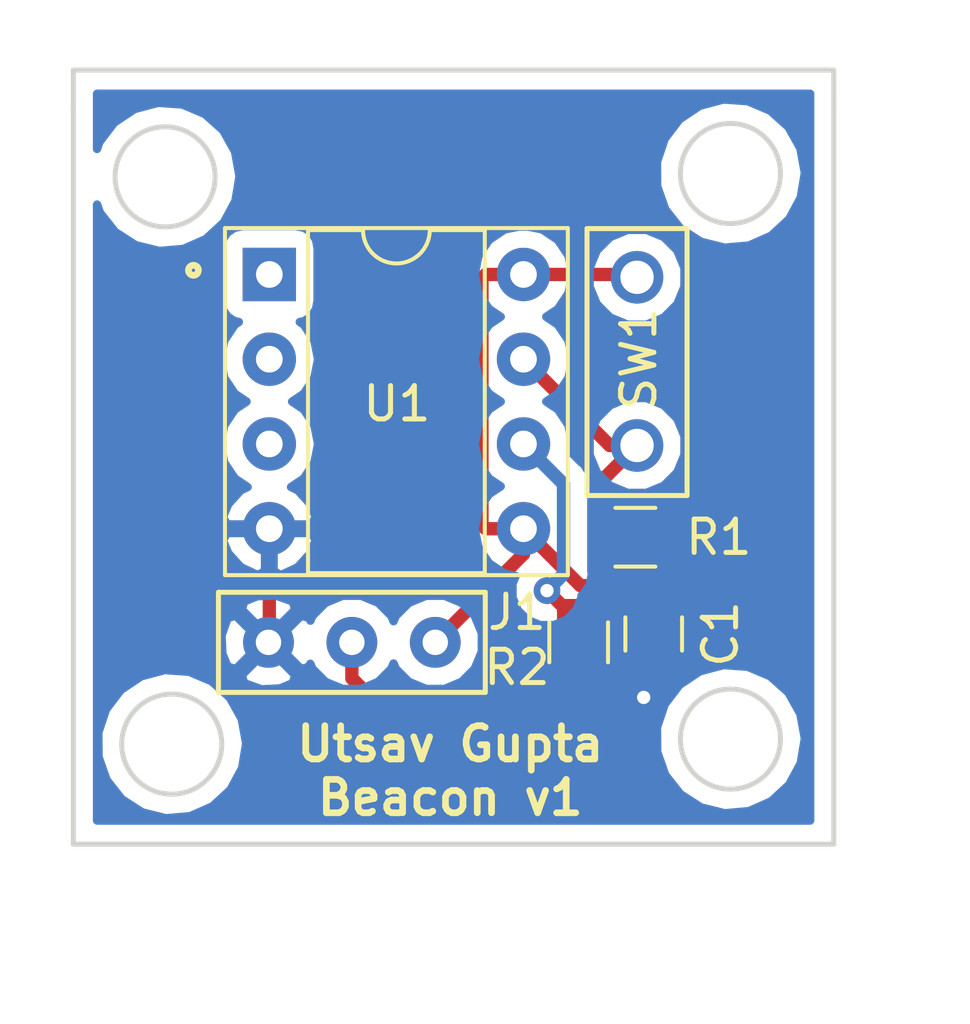
<source format=kicad_pcb>
(kicad_pcb (version 20171130) (host pcbnew 5.0.1-33cea8e~68~ubuntu18.04.1)

  (general
    (thickness 1.6)
    (drawings 12)
    (tracks 41)
    (zones 0)
    (modules 6)
    (nets 9)
  )

  (page A4)
  (layers
    (0 F.Cu signal)
    (31 B.Cu signal)
    (32 B.Adhes user)
    (33 F.Adhes user)
    (34 B.Paste user)
    (35 F.Paste user)
    (36 B.SilkS user)
    (37 F.SilkS user)
    (38 B.Mask user)
    (39 F.Mask user)
    (40 Dwgs.User user)
    (41 Cmts.User user)
    (42 Eco1.User user)
    (43 Eco2.User user)
    (44 Edge.Cuts user)
    (45 Margin user)
    (46 B.CrtYd user)
    (47 F.CrtYd user)
    (48 B.Fab user)
    (49 F.Fab user hide)
  )

  (setup
    (last_trace_width 0.4)
    (user_trace_width 0.4)
    (trace_clearance 0.2)
    (zone_clearance 0.508)
    (zone_45_only no)
    (trace_min 0.2)
    (segment_width 0.2)
    (edge_width 0.15)
    (via_size 0.8)
    (via_drill 0.4)
    (via_min_size 0.4)
    (via_min_drill 0.3)
    (uvia_size 0.3)
    (uvia_drill 0.1)
    (uvias_allowed no)
    (uvia_min_size 0.2)
    (uvia_min_drill 0.1)
    (pcb_text_width 0.3)
    (pcb_text_size 1.5 1.5)
    (mod_edge_width 0.15)
    (mod_text_size 1 1)
    (mod_text_width 0.15)
    (pad_size 1.524 1.524)
    (pad_drill 0.762)
    (pad_to_mask_clearance 0.051)
    (solder_mask_min_width 0.25)
    (aux_axis_origin 0 0)
    (visible_elements FFFFFF7F)
    (pcbplotparams
      (layerselection 0x010fc_ffffffff)
      (usegerberextensions false)
      (usegerberattributes false)
      (usegerberadvancedattributes false)
      (creategerberjobfile false)
      (excludeedgelayer true)
      (linewidth 0.100000)
      (plotframeref false)
      (viasonmask false)
      (mode 1)
      (useauxorigin false)
      (hpglpennumber 1)
      (hpglpenspeed 20)
      (hpglpendiameter 15.000000)
      (psnegative false)
      (psa4output false)
      (plotreference true)
      (plotvalue true)
      (plotinvisibletext false)
      (padsonsilk false)
      (subtractmaskfromsilk false)
      (outputformat 1)
      (mirror false)
      (drillshape 0)
      (scaleselection 1)
      (outputdirectory "gerber/"))
  )

  (net 0 "")
  (net 1 GND)
  (net 2 +5V)
  (net 3 /PB2)
  (net 4 /Data_In)
  (net 5 "Net-(R2-Pad2)")
  (net 6 "Net-(U1-Pad2)")
  (net 7 "Net-(U1-Pad3)")
  (net 8 "Net-(U1-Pad1)")

  (net_class Default "This is the default net class."
    (clearance 0.2)
    (trace_width 0.25)
    (via_dia 0.8)
    (via_drill 0.4)
    (uvia_dia 0.3)
    (uvia_drill 0.1)
    (add_net +5V)
    (add_net /Data_In)
    (add_net /PB2)
    (add_net GND)
    (add_net "Net-(R2-Pad2)")
    (add_net "Net-(U1-Pad1)")
    (add_net "Net-(U1-Pad2)")
    (add_net "Net-(U1-Pad3)")
  )

  (module footprints:C_0805_OEM (layer F.Cu) (tedit 59F250E7) (tstamp 5BE1A5E7)
    (at 128.6 90.9 90)
    (descr "Capacitor SMD 0805, reflow soldering, AVX (see smccp.pdf)")
    (tags "capacitor 0805")
    (path /5BDFAE6F)
    (attr smd)
    (fp_text reference C1 (at 0 2 90) (layer F.SilkS)
      (effects (font (size 1 1) (thickness 0.15)))
    )
    (fp_text value C_0.1uF (at 0 1.75 90) (layer F.Fab) hide
      (effects (font (size 1 1) (thickness 0.15)))
    )
    (fp_line (start -1 0.62) (end -1 -0.62) (layer F.Fab) (width 0.1))
    (fp_line (start 1 0.62) (end -1 0.62) (layer F.Fab) (width 0.1))
    (fp_line (start 1 -0.62) (end 1 0.62) (layer F.Fab) (width 0.1))
    (fp_line (start -1 -0.62) (end 1 -0.62) (layer F.Fab) (width 0.1))
    (fp_line (start 0.5 -0.85) (end -0.5 -0.85) (layer F.SilkS) (width 0.12))
    (fp_line (start -0.5 0.85) (end 0.5 0.85) (layer F.SilkS) (width 0.12))
    (fp_line (start -1.75 -0.88) (end 1.75 -0.88) (layer F.CrtYd) (width 0.05))
    (fp_line (start -1.75 -0.88) (end -1.75 0.87) (layer F.CrtYd) (width 0.05))
    (fp_line (start 1.75 0.87) (end 1.75 -0.88) (layer F.CrtYd) (width 0.05))
    (fp_line (start 1.75 0.87) (end -1.75 0.87) (layer F.CrtYd) (width 0.05))
    (pad 1 smd rect (at -1 0 90) (size 1 1.25) (layers F.Cu F.Paste F.Mask)
      (net 1 GND))
    (pad 2 smd rect (at 1 0 90) (size 1 1.25) (layers F.Cu F.Paste F.Mask)
      (net 2 +5V))
    (model /home/josh/Formula/OEM_Preferred_Parts/3DModels/C_0805_OEM/C_0805.wrl
      (at (xyz 0 0 0))
      (scale (xyz 1 1 1))
      (rotate (xyz 0 0 0))
    )
  )

  (module footprints:Connector (layer F.Cu) (tedit 5BDF7CFB) (tstamp 5BE1B2DD)
    (at 119.55 91.15 180)
    (path /5BDFA0D8)
    (fp_text reference J1 (at -4.95 0.9 180) (layer F.SilkS)
      (effects (font (size 1 1) (thickness 0.15)))
    )
    (fp_text value Conn_01x03_Female (at -0.35 -2.95 180) (layer F.Fab)
      (effects (font (size 1 1) (thickness 0.15)))
    )
    (fp_line (start -4 -1.5) (end 4 -1.5) (layer F.SilkS) (width 0.15))
    (fp_line (start 4 -1.5) (end 4 1.5) (layer F.SilkS) (width 0.15))
    (fp_line (start 4 1.5) (end -4 1.5) (layer F.SilkS) (width 0.15))
    (fp_line (start -4 1.5) (end -4 -1.5) (layer F.SilkS) (width 0.15))
    (pad 1 thru_hole circle (at -2.5 0 180) (size 1.524 1.524) (drill 0.762) (layers *.Cu *.Mask)
      (net 2 +5V))
    (pad 2 thru_hole circle (at 0 0 180) (size 1.524 1.524) (drill 0.762) (layers *.Cu *.Mask)
      (net 4 /Data_In))
    (pad 3 thru_hole circle (at 2.5 0 180) (size 1.524 1.524) (drill 0.762) (layers *.Cu *.Mask)
      (net 1 GND))
  )

  (module footprints:R_0805_OEM (layer F.Cu) (tedit 59F25131) (tstamp 5BE1A602)
    (at 128.05 88)
    (descr "Resistor SMD 0805, reflow soldering, Vishay (see dcrcw.pdf)")
    (tags "resistor 0805")
    (path /5BDF8DC0)
    (attr smd)
    (fp_text reference R1 (at 2.5 0) (layer F.SilkS)
      (effects (font (size 1 1) (thickness 0.15)))
    )
    (fp_text value R_10K (at 0 1.75) (layer F.Fab) hide
      (effects (font (size 1 1) (thickness 0.15)))
    )
    (fp_line (start 1.55 0.9) (end -1.55 0.9) (layer F.CrtYd) (width 0.05))
    (fp_line (start 1.55 0.9) (end 1.55 -0.9) (layer F.CrtYd) (width 0.05))
    (fp_line (start -1.55 -0.9) (end -1.55 0.9) (layer F.CrtYd) (width 0.05))
    (fp_line (start -1.55 -0.9) (end 1.55 -0.9) (layer F.CrtYd) (width 0.05))
    (fp_line (start -0.6 -0.88) (end 0.6 -0.88) (layer F.SilkS) (width 0.12))
    (fp_line (start 0.6 0.88) (end -0.6 0.88) (layer F.SilkS) (width 0.12))
    (fp_line (start -1 -0.62) (end 1 -0.62) (layer F.Fab) (width 0.1))
    (fp_line (start 1 -0.62) (end 1 0.62) (layer F.Fab) (width 0.1))
    (fp_line (start 1 0.62) (end -1 0.62) (layer F.Fab) (width 0.1))
    (fp_line (start -1 0.62) (end -1 -0.62) (layer F.Fab) (width 0.1))
    (pad 2 smd rect (at 0.95 0) (size 0.7 1.3) (layers F.Cu F.Paste F.Mask)
      (net 1 GND))
    (pad 1 smd rect (at -0.95 0) (size 0.7 1.3) (layers F.Cu F.Paste F.Mask)
      (net 3 /PB2))
    (model "/home/josh/Formula/OEM_Preferred_Parts/3DModels/WRL Files/res0805.wrl"
      (at (xyz 0 0 0))
      (scale (xyz 1 1 1))
      (rotate (xyz 0 0 0))
    )
  )

  (module footprints:R_0805_OEM (layer F.Cu) (tedit 59F25131) (tstamp 5BE1A612)
    (at 126.35 91.15 90)
    (descr "Resistor SMD 0805, reflow soldering, Vishay (see dcrcw.pdf)")
    (tags "resistor 0805")
    (path /5BDF762D)
    (attr smd)
    (fp_text reference R2 (at -0.75 -1.85 180) (layer F.SilkS)
      (effects (font (size 1 1) (thickness 0.15)))
    )
    (fp_text value R_200 (at 0 1.75 90) (layer F.Fab) hide
      (effects (font (size 1 1) (thickness 0.15)))
    )
    (fp_line (start -1 0.62) (end -1 -0.62) (layer F.Fab) (width 0.1))
    (fp_line (start 1 0.62) (end -1 0.62) (layer F.Fab) (width 0.1))
    (fp_line (start 1 -0.62) (end 1 0.62) (layer F.Fab) (width 0.1))
    (fp_line (start -1 -0.62) (end 1 -0.62) (layer F.Fab) (width 0.1))
    (fp_line (start 0.6 0.88) (end -0.6 0.88) (layer F.SilkS) (width 0.12))
    (fp_line (start -0.6 -0.88) (end 0.6 -0.88) (layer F.SilkS) (width 0.12))
    (fp_line (start -1.55 -0.9) (end 1.55 -0.9) (layer F.CrtYd) (width 0.05))
    (fp_line (start -1.55 -0.9) (end -1.55 0.9) (layer F.CrtYd) (width 0.05))
    (fp_line (start 1.55 0.9) (end 1.55 -0.9) (layer F.CrtYd) (width 0.05))
    (fp_line (start 1.55 0.9) (end -1.55 0.9) (layer F.CrtYd) (width 0.05))
    (pad 1 smd rect (at -0.95 0 90) (size 0.7 1.3) (layers F.Cu F.Paste F.Mask)
      (net 4 /Data_In))
    (pad 2 smd rect (at 0.95 0 90) (size 0.7 1.3) (layers F.Cu F.Paste F.Mask)
      (net 5 "Net-(R2-Pad2)"))
    (model "/home/josh/Formula/OEM_Preferred_Parts/3DModels/WRL Files/res0805.wrl"
      (at (xyz 0 0 0))
      (scale (xyz 1 1 1))
      (rotate (xyz 0 0 0))
    )
  )

  (module footprints:push_button (layer F.Cu) (tedit 5BE1A9FA) (tstamp 5BE1A61C)
    (at 128.1 82.75 270)
    (path /5BDF6B40)
    (fp_text reference SW1 (at -0.1 -0.05 270) (layer F.SilkS)
      (effects (font (size 1 1) (thickness 0.15)))
    )
    (fp_text value SW_Push (at -10.75 7.45 270) (layer F.Fab)
      (effects (font (size 1 1) (thickness 0.15)))
    )
    (fp_line (start -4 -1.5) (end 4 -1.5) (layer F.SilkS) (width 0.15))
    (fp_line (start 4 -1.5) (end 4 1.5) (layer F.SilkS) (width 0.15))
    (fp_line (start 4 1.5) (end -4 1.5) (layer F.SilkS) (width 0.15))
    (fp_line (start -4 1.5) (end -4 -1.5) (layer F.SilkS) (width 0.15))
    (pad 1 thru_hole circle (at -2.54 0 270) (size 1.575 1.575) (drill 1) (layers *.Cu *.Mask)
      (net 2 +5V))
    (pad 2 thru_hole circle (at 2.5 0 270) (size 1.575 1.575) (drill 1) (layers *.Cu *.Mask)
      (net 3 /PB2))
  )

  (module Housings_DIP:DIP-8_W7.62mm_Socket (layer F.Cu) (tedit 5BE1AA0E) (tstamp 5BE1A640)
    (at 117.075001 80.125001)
    (descr "8-lead though-hole mounted DIP package, row spacing 7.62 mm (300 mils), Socket")
    (tags "THT DIP DIL PDIP 2.54mm 7.62mm 300mil Socket")
    (path /5BDF6537)
    (fp_text reference U1 (at 3.824999 3.874999) (layer F.SilkS)
      (effects (font (size 1 1) (thickness 0.15)))
    )
    (fp_text value ATtiny45-20PU (at -2.925001 3.424999 90) (layer F.Fab)
      (effects (font (size 1 1) (thickness 0.15)))
    )
    (fp_text user %R (at 3.81 3.81) (layer F.Fab)
      (effects (font (size 1 1) (thickness 0.15)))
    )
    (fp_line (start 9.15 -1.6) (end -1.55 -1.6) (layer F.CrtYd) (width 0.05))
    (fp_line (start 9.15 9.2) (end 9.15 -1.6) (layer F.CrtYd) (width 0.05))
    (fp_line (start -1.55 9.2) (end 9.15 9.2) (layer F.CrtYd) (width 0.05))
    (fp_line (start -1.55 -1.6) (end -1.55 9.2) (layer F.CrtYd) (width 0.05))
    (fp_line (start 8.95 -1.39) (end -1.33 -1.39) (layer F.SilkS) (width 0.12))
    (fp_line (start 8.95 9.01) (end 8.95 -1.39) (layer F.SilkS) (width 0.12))
    (fp_line (start -1.33 9.01) (end 8.95 9.01) (layer F.SilkS) (width 0.12))
    (fp_line (start -1.33 -1.39) (end -1.33 9.01) (layer F.SilkS) (width 0.12))
    (fp_line (start 6.46 -1.33) (end 4.81 -1.33) (layer F.SilkS) (width 0.12))
    (fp_line (start 6.46 8.95) (end 6.46 -1.33) (layer F.SilkS) (width 0.12))
    (fp_line (start 1.16 8.95) (end 6.46 8.95) (layer F.SilkS) (width 0.12))
    (fp_line (start 1.16 -1.33) (end 1.16 8.95) (layer F.SilkS) (width 0.12))
    (fp_line (start 2.81 -1.33) (end 1.16 -1.33) (layer F.SilkS) (width 0.12))
    (fp_line (start 8.89 -1.33) (end -1.27 -1.33) (layer F.Fab) (width 0.1))
    (fp_line (start 8.89 8.95) (end 8.89 -1.33) (layer F.Fab) (width 0.1))
    (fp_line (start -1.27 8.95) (end 8.89 8.95) (layer F.Fab) (width 0.1))
    (fp_line (start -1.27 -1.33) (end -1.27 8.95) (layer F.Fab) (width 0.1))
    (fp_line (start 0.635 -0.27) (end 1.635 -1.27) (layer F.Fab) (width 0.1))
    (fp_line (start 0.635 8.89) (end 0.635 -0.27) (layer F.Fab) (width 0.1))
    (fp_line (start 6.985 8.89) (end 0.635 8.89) (layer F.Fab) (width 0.1))
    (fp_line (start 6.985 -1.27) (end 6.985 8.89) (layer F.Fab) (width 0.1))
    (fp_line (start 1.635 -1.27) (end 6.985 -1.27) (layer F.Fab) (width 0.1))
    (fp_arc (start 3.81 -1.33) (end 2.81 -1.33) (angle -180) (layer F.SilkS) (width 0.12))
    (pad 8 thru_hole oval (at 7.62 0) (size 1.6 1.6) (drill 0.8) (layers *.Cu *.Mask)
      (net 2 +5V))
    (pad 4 thru_hole oval (at 0 7.62) (size 1.6 1.6) (drill 0.8) (layers *.Cu *.Mask)
      (net 1 GND))
    (pad 7 thru_hole oval (at 7.62 2.54) (size 1.6 1.6) (drill 0.8) (layers *.Cu *.Mask)
      (net 3 /PB2))
    (pad 3 thru_hole oval (at 0 5.08) (size 1.6 1.6) (drill 0.8) (layers *.Cu *.Mask)
      (net 7 "Net-(U1-Pad3)"))
    (pad 6 thru_hole oval (at 7.62 5.08) (size 1.6 1.6) (drill 0.8) (layers *.Cu *.Mask)
      (net 5 "Net-(R2-Pad2)"))
    (pad 2 thru_hole oval (at 0 2.54) (size 1.6 1.6) (drill 0.8) (layers *.Cu *.Mask)
      (net 6 "Net-(U1-Pad2)"))
    (pad 5 thru_hole oval (at 7.62 7.62) (size 1.6 1.6) (drill 0.8) (layers *.Cu *.Mask)
      (net 2 +5V))
    (pad 1 thru_hole rect (at 0 0) (size 1.6 1.6) (drill 0.8) (layers *.Cu *.Mask)
      (net 8 "Net-(U1-Pad1)"))
    (model ${KISYS3DMOD}/Housings_DIP.3dshapes/DIP-8_W7.62mm_Socket.wrl
      (at (xyz 0 0 0))
      (scale (xyz 1 1 1))
      (rotate (xyz 0 0 0))
    )
  )

  (gr_text "Utsav Gupta\nBeacon v1" (at 122.5 95) (layer F.SilkS)
    (effects (font (size 1 1) (thickness 0.2)))
  )
  (gr_line (start 111.2 74) (end 134 74) (layer Edge.Cuts) (width 0.15))
  (gr_line (start 111.2 75.1) (end 111.2 74) (layer Edge.Cuts) (width 0.15))
  (gr_line (start 134 75) (end 134 74) (layer Edge.Cuts) (width 0.15))
  (gr_line (start 111.2 97.2) (end 111.2 75.1) (layer Edge.Cuts) (width 0.15))
  (gr_line (start 134 97.2) (end 111.2 97.2) (layer Edge.Cuts) (width 0.15))
  (gr_line (start 134 75) (end 134 97.2) (layer Edge.Cuts) (width 0.15))
  (gr_circle (center 114.15 94.2) (end 115.65 94.2) (layer Edge.Cuts) (width 0.15) (tstamp 5BE1B3D0))
  (gr_circle (center 130.9 94.05) (end 132.4 94.05) (layer Edge.Cuts) (width 0.15) (tstamp 5BE1B3D0))
  (gr_circle (center 130.9 77.1) (end 132.4 77.1) (layer Edge.Cuts) (width 0.15) (tstamp 5BE1B3D0))
  (gr_circle (center 113.95 77.2) (end 115.45 77.2) (layer Edge.Cuts) (width 0.15))
  (gr_arc (start 114.8 80) (end 114.95 80) (angle -333.4349488) (layer F.SilkS) (width 0.2))

  (segment (start 117.37237 91.2) (end 117.075001 90.902631) (width 0.4) (layer F.Cu) (net 1))
  (segment (start 129.75 88) (end 129 88) (width 0.4) (layer F.Cu) (net 1))
  (segment (start 130.1 88.35) (end 129.75 88) (width 0.4) (layer F.Cu) (net 1))
  (segment (start 130.1 91.425) (end 130.1 88.35) (width 0.4) (layer F.Cu) (net 1))
  (segment (start 129.625 91.9) (end 130.1 91.425) (width 0.4) (layer F.Cu) (net 1))
  (segment (start 128.6 91.9) (end 129.625 91.9) (width 0.4) (layer F.Cu) (net 1))
  (segment (start 117.075001 91.124999) (end 117.05 91.15) (width 0.4) (layer F.Cu) (net 1))
  (segment (start 117.075001 87.745001) (end 117.075001 91.124999) (width 0.4) (layer F.Cu) (net 1))
  (via (at 128.3 92.8) (size 0.8) (drill 0.4) (layers F.Cu B.Cu) (net 1))
  (segment (start 128.6 91.9) (end 128.6 92.5) (width 0.4) (layer F.Cu) (net 1))
  (segment (start 128.6 92.5) (end 128.3 92.8) (width 0.4) (layer F.Cu) (net 1))
  (segment (start 128.015001 80.125001) (end 128.1 80.21) (width 0.4) (layer F.Cu) (net 2))
  (segment (start 124.695001 80.125001) (end 128.015001 80.125001) (width 0.4) (layer F.Cu) (net 2))
  (segment (start 128.149999 89.449999) (end 128.6 89.9) (width 0.4) (layer F.Cu) (net 2))
  (segment (start 126.399999 89.449999) (end 128.149999 89.449999) (width 0.4) (layer F.Cu) (net 2))
  (segment (start 124.695001 87.745001) (end 126.399999 89.449999) (width 0.4) (layer F.Cu) (net 2))
  (segment (start 123.563631 87.745001) (end 124.695001 87.745001) (width 0.4) (layer F.Cu) (net 2))
  (segment (start 123.45 87.63137) (end 123.563631 87.745001) (width 0.4) (layer F.Cu) (net 2))
  (segment (start 123.45 80.238632) (end 123.45 87.63137) (width 0.4) (layer F.Cu) (net 2))
  (segment (start 123.563631 80.125001) (end 123.45 80.238632) (width 0.4) (layer F.Cu) (net 2))
  (segment (start 124.695001 80.125001) (end 123.563631 80.125001) (width 0.4) (layer F.Cu) (net 2))
  (segment (start 124.695001 88.504999) (end 124.695001 87.745001) (width 0.4) (layer F.Cu) (net 2))
  (segment (start 122.05 91.15) (end 124.695001 88.504999) (width 0.4) (layer F.Cu) (net 2))
  (segment (start 125.08 83.05) (end 124.695001 82.665001) (width 0.4) (layer B.Cu) (net 3))
  (segment (start 127.28 85.25) (end 128.1 85.25) (width 0.4) (layer F.Cu) (net 3))
  (segment (start 124.695001 82.665001) (end 127.28 85.25) (width 0.4) (layer F.Cu) (net 3))
  (segment (start 127.1 86.25) (end 128.1 85.25) (width 0.4) (layer F.Cu) (net 3))
  (segment (start 127.1 88) (end 127.1 86.25) (width 0.4) (layer F.Cu) (net 3))
  (segment (start 119.55 92.22763) (end 119.97237 92.65) (width 0.4) (layer F.Cu) (net 4))
  (segment (start 119.55 91.15) (end 119.55 92.22763) (width 0.4) (layer F.Cu) (net 4))
  (segment (start 124.75 92.65) (end 119.97237 92.65) (width 0.4) (layer F.Cu) (net 4))
  (segment (start 125.3 92.1) (end 124.75 92.65) (width 0.4) (layer F.Cu) (net 4))
  (segment (start 126.35 92.1) (end 125.3 92.1) (width 0.4) (layer F.Cu) (net 4))
  (segment (start 126.35 90.2) (end 126.018628 90.2) (width 0.4) (layer F.Cu) (net 5))
  (via (at 125.4 89.6) (size 0.8) (drill 0.4) (layers F.Cu B.Cu) (net 5))
  (segment (start 126.35 90.2) (end 126 90.2) (width 0.4) (layer F.Cu) (net 5))
  (segment (start 126 90.2) (end 125.4 89.6) (width 0.4) (layer F.Cu) (net 5))
  (segment (start 125.495 86.005) (end 124.695001 85.205001) (width 0.4) (layer B.Cu) (net 5))
  (segment (start 125.895002 86.405002) (end 125.495 86.005) (width 0.4) (layer B.Cu) (net 5))
  (segment (start 125.895002 89.104998) (end 125.895002 86.405002) (width 0.4) (layer B.Cu) (net 5))
  (segment (start 125.4 89.6) (end 125.895002 89.104998) (width 0.4) (layer B.Cu) (net 5))

  (zone (net 1) (net_name GND) (layer B.Cu) (tstamp 5BE1B47C) (hatch edge 0.508)
    (connect_pads (clearance 0.508))
    (min_thickness 0.254)
    (fill yes (arc_segments 16) (thermal_gap 0.508) (thermal_bridge_width 0.508))
    (polygon
      (pts
        (xy 109 71.9) (xy 138.1 71.9) (xy 138 102.6) (xy 109.4 102.6)
      )
    )
    (filled_polygon
      (pts
        (xy 133.29 74.930075) (xy 133.290001 96.49) (xy 111.91 96.49) (xy 111.91 93.851151) (xy 111.947455 93.851151)
        (xy 111.953206 94.583402) (xy 112.195836 95.274311) (xy 112.649182 95.849377) (xy 113.26436 96.246593) (xy 113.975036 96.423126)
        (xy 114.704578 96.35994) (xy 115.374321 96.06385) (xy 115.912046 95.566783) (xy 116.25977 94.922336) (xy 116.38 94.2)
        (xy 116.379725 94.164973) (xy 116.295017 93.701151) (xy 128.697455 93.701151) (xy 128.703206 94.433402) (xy 128.945836 95.124311)
        (xy 129.399182 95.699377) (xy 130.01436 96.096593) (xy 130.725036 96.273126) (xy 131.454578 96.20994) (xy 132.124321 95.91385)
        (xy 132.662046 95.416783) (xy 133.00977 94.772336) (xy 133.13 94.05) (xy 133.129725 94.014973) (xy 132.998164 93.294614)
        (xy 132.64036 92.655709) (xy 132.094894 92.167149) (xy 131.420583 91.881615) (xy 130.690138 91.829897) (xy 129.982323 92.017571)
        (xy 129.37346 92.4244) (xy 128.929203 93.006517) (xy 128.697455 93.701151) (xy 116.295017 93.701151) (xy 116.248164 93.444614)
        (xy 115.89036 92.805709) (xy 115.344894 92.317149) (xy 114.90343 92.130213) (xy 116.249392 92.130213) (xy 116.318857 92.372397)
        (xy 116.842302 92.559144) (xy 117.397368 92.531362) (xy 117.781143 92.372397) (xy 117.850608 92.130213) (xy 117.05 91.329605)
        (xy 116.249392 92.130213) (xy 114.90343 92.130213) (xy 114.670583 92.031615) (xy 113.940138 91.979897) (xy 113.232323 92.167571)
        (xy 112.62346 92.5744) (xy 112.179203 93.156517) (xy 111.947455 93.851151) (xy 111.91 93.851151) (xy 111.91 90.942302)
        (xy 115.640856 90.942302) (xy 115.668638 91.497368) (xy 115.827603 91.881143) (xy 116.069787 91.950608) (xy 116.870395 91.15)
        (xy 117.229605 91.15) (xy 118.030213 91.950608) (xy 118.272397 91.881143) (xy 118.304025 91.79249) (xy 118.36568 91.941337)
        (xy 118.758663 92.33432) (xy 119.272119 92.547) (xy 119.827881 92.547) (xy 120.341337 92.33432) (xy 120.73432 91.941337)
        (xy 120.8 91.782771) (xy 120.86568 91.941337) (xy 121.258663 92.33432) (xy 121.772119 92.547) (xy 122.327881 92.547)
        (xy 122.841337 92.33432) (xy 123.23432 91.941337) (xy 123.447 91.427881) (xy 123.447 90.872119) (xy 123.23432 90.358663)
        (xy 122.841337 89.96568) (xy 122.327881 89.753) (xy 121.772119 89.753) (xy 121.258663 89.96568) (xy 120.86568 90.358663)
        (xy 120.8 90.517229) (xy 120.73432 90.358663) (xy 120.341337 89.96568) (xy 119.827881 89.753) (xy 119.272119 89.753)
        (xy 118.758663 89.96568) (xy 118.36568 90.358663) (xy 118.306572 90.501363) (xy 118.272397 90.418857) (xy 118.030213 90.349392)
        (xy 117.229605 91.15) (xy 116.870395 91.15) (xy 116.069787 90.349392) (xy 115.827603 90.418857) (xy 115.640856 90.942302)
        (xy 111.91 90.942302) (xy 111.91 90.169787) (xy 116.249392 90.169787) (xy 117.05 90.970395) (xy 117.850608 90.169787)
        (xy 117.781143 89.927603) (xy 117.257698 89.740856) (xy 116.702632 89.768638) (xy 116.318857 89.927603) (xy 116.249392 90.169787)
        (xy 111.91 90.169787) (xy 111.91 88.09404) (xy 115.683097 88.09404) (xy 115.84396 88.482424) (xy 116.219867 88.89739)
        (xy 116.72596 89.136915) (xy 116.948001 89.01563) (xy 116.948001 87.872001) (xy 117.202001 87.872001) (xy 117.202001 89.01563)
        (xy 117.424042 89.136915) (xy 117.930135 88.89739) (xy 118.306042 88.482424) (xy 118.466905 88.09404) (xy 118.344916 87.872001)
        (xy 117.202001 87.872001) (xy 116.948001 87.872001) (xy 115.805086 87.872001) (xy 115.683097 88.09404) (xy 111.91 88.09404)
        (xy 111.91 82.665001) (xy 115.611888 82.665001) (xy 115.723261 83.22491) (xy 116.040424 83.699578) (xy 116.392759 83.935001)
        (xy 116.040424 84.170424) (xy 115.723261 84.645092) (xy 115.611888 85.205001) (xy 115.723261 85.76491) (xy 116.040424 86.239578)
        (xy 116.424109 86.495948) (xy 116.219867 86.592612) (xy 115.84396 87.007578) (xy 115.683097 87.395962) (xy 115.805086 87.618001)
        (xy 116.948001 87.618001) (xy 116.948001 87.598001) (xy 117.202001 87.598001) (xy 117.202001 87.618001) (xy 118.344916 87.618001)
        (xy 118.466905 87.395962) (xy 118.306042 87.007578) (xy 117.930135 86.592612) (xy 117.725893 86.495948) (xy 118.109578 86.239578)
        (xy 118.426741 85.76491) (xy 118.538114 85.205001) (xy 118.426741 84.645092) (xy 118.109578 84.170424) (xy 117.757243 83.935001)
        (xy 118.109578 83.699578) (xy 118.426741 83.22491) (xy 118.538114 82.665001) (xy 118.426741 82.105092) (xy 118.109578 81.630424)
        (xy 117.988895 81.549786) (xy 118.122766 81.523158) (xy 118.33281 81.38281) (xy 118.473158 81.172766) (xy 118.522441 80.925001)
        (xy 118.522441 80.125001) (xy 123.231888 80.125001) (xy 123.343261 80.68491) (xy 123.660424 81.159578) (xy 124.012759 81.395001)
        (xy 123.660424 81.630424) (xy 123.343261 82.105092) (xy 123.231888 82.665001) (xy 123.343261 83.22491) (xy 123.660424 83.699578)
        (xy 124.012759 83.935001) (xy 123.660424 84.170424) (xy 123.343261 84.645092) (xy 123.231888 85.205001) (xy 123.343261 85.76491)
        (xy 123.660424 86.239578) (xy 124.012759 86.475001) (xy 123.660424 86.710424) (xy 123.343261 87.185092) (xy 123.231888 87.745001)
        (xy 123.343261 88.30491) (xy 123.660424 88.779578) (xy 124.135092 89.096741) (xy 124.461303 89.161629) (xy 124.365 89.394126)
        (xy 124.365 89.805874) (xy 124.522569 90.18628) (xy 124.81372 90.477431) (xy 125.194126 90.635) (xy 125.605874 90.635)
        (xy 125.98628 90.477431) (xy 126.277431 90.18628) (xy 126.435 89.805874) (xy 126.435 89.748428) (xy 126.497003 89.706999)
        (xy 126.681554 89.430799) (xy 126.730002 89.187235) (xy 126.730002 89.187234) (xy 126.74636 89.104998) (xy 126.730002 89.022761)
        (xy 126.730002 86.487234) (xy 126.746359 86.405001) (xy 126.730002 86.322768) (xy 126.730002 86.322765) (xy 126.681554 86.079201)
        (xy 126.497003 85.803001) (xy 126.427284 85.756416) (xy 126.143588 85.47272) (xy 126.143584 85.472715) (xy 126.111287 85.440418)
        (xy 126.158114 85.205001) (xy 126.110782 84.967047) (xy 126.6775 84.967047) (xy 126.6775 85.532953) (xy 126.894063 86.055781)
        (xy 127.294219 86.455937) (xy 127.817047 86.6725) (xy 128.382953 86.6725) (xy 128.905781 86.455937) (xy 129.305937 86.055781)
        (xy 129.5225 85.532953) (xy 129.5225 84.967047) (xy 129.305937 84.444219) (xy 128.905781 84.044063) (xy 128.382953 83.8275)
        (xy 127.817047 83.8275) (xy 127.294219 84.044063) (xy 126.894063 84.444219) (xy 126.6775 84.967047) (xy 126.110782 84.967047)
        (xy 126.046741 84.645092) (xy 125.729578 84.170424) (xy 125.377243 83.935001) (xy 125.729578 83.699578) (xy 126.046741 83.22491)
        (xy 126.158114 82.665001) (xy 126.046741 82.105092) (xy 125.729578 81.630424) (xy 125.377243 81.395001) (xy 125.729578 81.159578)
        (xy 126.046741 80.68491) (xy 126.158114 80.125001) (xy 126.118739 79.927047) (xy 126.6775 79.927047) (xy 126.6775 80.492953)
        (xy 126.894063 81.015781) (xy 127.294219 81.415937) (xy 127.817047 81.6325) (xy 128.382953 81.6325) (xy 128.905781 81.415937)
        (xy 129.305937 81.015781) (xy 129.5225 80.492953) (xy 129.5225 79.927047) (xy 129.305937 79.404219) (xy 128.905781 79.004063)
        (xy 128.382953 78.7875) (xy 127.817047 78.7875) (xy 127.294219 79.004063) (xy 126.894063 79.404219) (xy 126.6775 79.927047)
        (xy 126.118739 79.927047) (xy 126.046741 79.565092) (xy 125.729578 79.090424) (xy 125.25491 78.773261) (xy 124.836334 78.690001)
        (xy 124.553668 78.690001) (xy 124.135092 78.773261) (xy 123.660424 79.090424) (xy 123.343261 79.565092) (xy 123.231888 80.125001)
        (xy 118.522441 80.125001) (xy 118.522441 79.325001) (xy 118.473158 79.077236) (xy 118.33281 78.867192) (xy 118.122766 78.726844)
        (xy 117.875001 78.677561) (xy 116.275001 78.677561) (xy 116.027236 78.726844) (xy 115.817192 78.867192) (xy 115.676844 79.077236)
        (xy 115.627561 79.325001) (xy 115.627561 80.925001) (xy 115.676844 81.172766) (xy 115.817192 81.38281) (xy 116.027236 81.523158)
        (xy 116.161107 81.549786) (xy 116.040424 81.630424) (xy 115.723261 82.105092) (xy 115.611888 82.665001) (xy 111.91 82.665001)
        (xy 111.91 78.029886) (xy 111.995836 78.274311) (xy 112.449182 78.849377) (xy 113.06436 79.246593) (xy 113.775036 79.423126)
        (xy 114.504578 79.35994) (xy 115.174321 79.06385) (xy 115.712046 78.566783) (xy 116.05977 77.922336) (xy 116.18 77.2)
        (xy 116.179725 77.164973) (xy 116.104148 76.751151) (xy 128.697455 76.751151) (xy 128.703206 77.483402) (xy 128.945836 78.174311)
        (xy 129.399182 78.749377) (xy 130.01436 79.146593) (xy 130.725036 79.323126) (xy 131.454578 79.25994) (xy 132.124321 78.96385)
        (xy 132.662046 78.466783) (xy 133.00977 77.822336) (xy 133.13 77.1) (xy 133.129725 77.064973) (xy 132.998164 76.344614)
        (xy 132.64036 75.705709) (xy 132.094894 75.217149) (xy 131.420583 74.931615) (xy 130.690138 74.879897) (xy 129.982323 75.067571)
        (xy 129.37346 75.4744) (xy 128.929203 76.056517) (xy 128.697455 76.751151) (xy 116.104148 76.751151) (xy 116.048164 76.444614)
        (xy 115.69036 75.805709) (xy 115.144894 75.317149) (xy 114.470583 75.031615) (xy 113.740138 74.979897) (xy 113.032323 75.167571)
        (xy 112.42346 75.5744) (xy 111.979203 76.156517) (xy 111.91 76.363944) (xy 111.91 74.71) (xy 133.29 74.71)
      )
    )
  )
)

</source>
